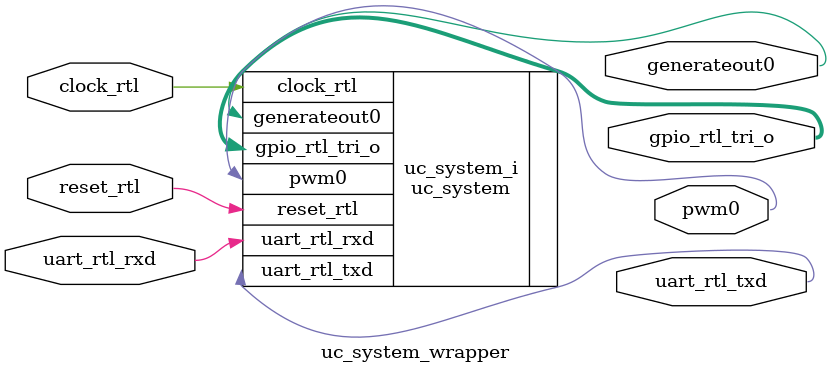
<source format=v>
`timescale 1 ps / 1 ps

module uc_system_wrapper
   (clock_rtl,
    generateout0,
    gpio_rtl_tri_o,
    pwm0,
    reset_rtl,
    uart_rtl_rxd,
    uart_rtl_txd);
  input clock_rtl;
  output generateout0;
  output [15:0]gpio_rtl_tri_o;
  output pwm0;
  input reset_rtl;
  input uart_rtl_rxd;
  output uart_rtl_txd;

  wire clock_rtl;
  wire generateout0;
  wire [15:0]gpio_rtl_tri_o;
  wire pwm0;
  wire reset_rtl;
  wire uart_rtl_rxd;
  wire uart_rtl_txd;

  uc_system uc_system_i
       (.clock_rtl(clock_rtl),
        .generateout0(generateout0),
        .gpio_rtl_tri_o(gpio_rtl_tri_o),
        .pwm0(pwm0),
        .reset_rtl(reset_rtl),
        .uart_rtl_rxd(uart_rtl_rxd),
        .uart_rtl_txd(uart_rtl_txd));
endmodule

</source>
